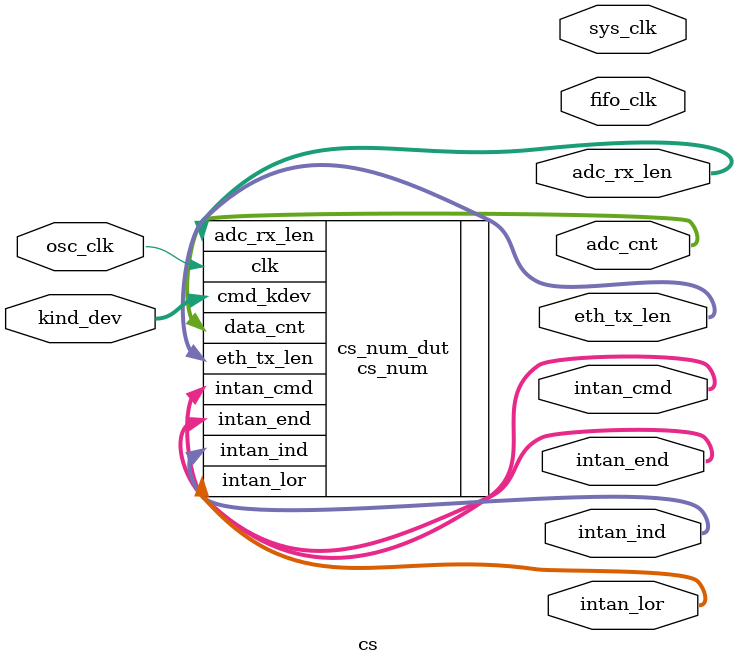
<source format=v>
module cs(
    input osc_clk,
    output sys_clk,
    output fifo_clk,

    input [7:0] kind_dev,
    output [9:0] adc_rx_len,
    output [11:0] eth_tx_len,
    output [7:0] adc_cnt,

    output [63:0] intan_cmd,
    output [63:0] intan_ind,
    output [7:0] intan_lor,
    output [7:0] intan_end
);

    cs_num
    cs_num_dut(
        .clk(osc_clk),
        .cmd_kdev(kind_dev),

        .adc_rx_len(adc_rx_len),
        .eth_tx_len(eth_tx_len),
        .data_cnt(adc_cnt),

        .intan_cmd(intan_cmd),
        .intan_ind(intan_ind),
        .intan_lor(intan_lor),
        .intan_end(intan_end)
    );




endmodule
</source>
